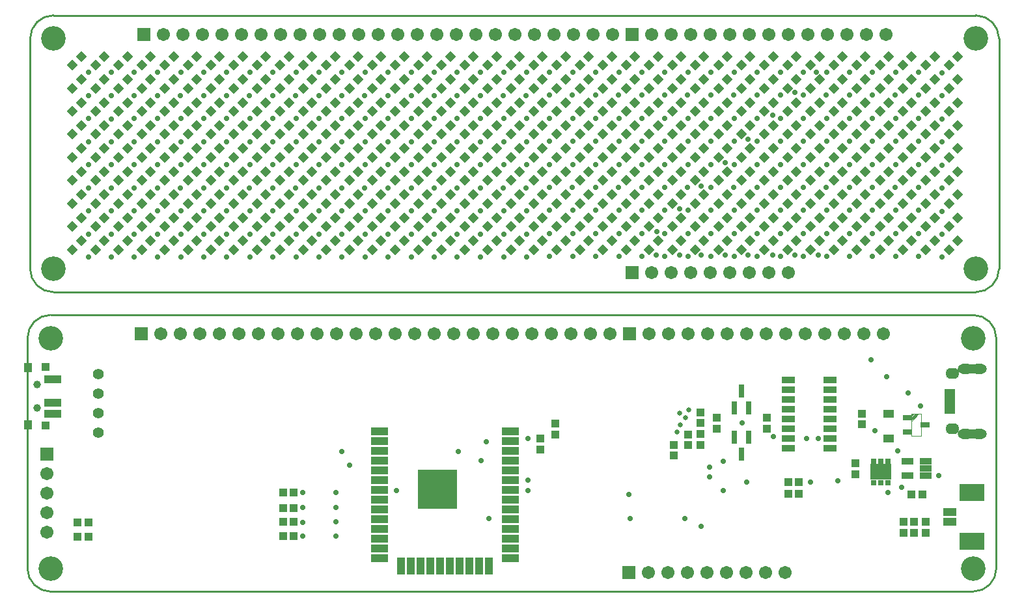
<source format=gts>
%MOIN*%
%OFA0B0*%
%FSLAX44Y44*%
%IPPOS*%
%LPD*%
%ADD15C,0.01*%
%ADD17C,0.0039370078740157488*%
%ADD36R,0.039496062992125991X0.043433070866141732*%
%ADD37R,0.086740157480314953X0.043433070866141732*%
%ADD38R,0.043433070866141732X0.086740157480314953*%
%ADD39R,0.20485039370078742X0.20485039370078742*%
%ADD40R,0.055244094488188983X0.025716535433070866*%
%ADD41R,0.12611023622047243X0.090677165354330708*%
%ADD42R,0.070992125984251975X0.039496062992125991*%
%ADD43R,0.043433070866141732X0.039496062992125991*%
%ADD44R,0.068X0.033*%
%ADD45R,0.049338582677165357X0.031622047244094488*%
%ADD46R,0.025716535433070866X0.031622047244094488*%
%ADD47R,0.11036220472440945X0.078866141732283471*%
%ADD48R,0.055992125984251968X0.043984251968503939*%
%ADD49R,0.086740157480314953X0.039500000000000007*%
%ADD50R,0.039500000000000007X0.047370078740157487*%
%ADD51R,0.039500000000000007X0.043429133858267716*%
%ADD52R,0.031622047244094488X0.070992125984251975*%
%ADD53R,0.059181102362204731X0.035559055118110236*%
%ADD54C,0.055251968503937009*%
%ADD55R,0.051307086614173228X0.051307086614173228*%
%ADD56O,0.070992125984251975X0.055244094488188983*%
%ADD57O,0.078866141732283471X0.051307086614173228*%
%ADD58C,0.039500000000000007*%
%ADD59C,0.06705511811023622*%
%ADD60R,0.06705511811023622X0.06705511811023622*%
%ADD61R,0.06705511811023622X0.06705511811023622*%
%ADD62C,0.027685039370078744*%
%ADD63C,0.025716535433070866*%
%ADD64C,0.12611023622047243*%
%ADD77C,0.01*%
%ADD79P,0.055854330708661422X4X270*%
%ADD80R,0.06705511811023622X0.06705511811023622*%
%ADD81C,0.06705511811023622*%
%ADD82C,0.027685039370078744*%
%ADD83C,0.12611023622047243*%
G01*
G75*
D15*
X00003799Y00017331D02*
G03*
X00002618Y00016150J-00001181D01*
G01*
X00052224Y00016150D02*
G03*
X00051043Y00017331I-00001181D01*
G01*
X00051043Y00003158D02*
G03*
X00052224Y00004339J00001181D01*
G01*
X00002618Y00004339D02*
G03*
X00003799Y00003158I00001181D01*
G01*
X00002618Y00004339D02*
X00002618Y00016150D01*
X00003799Y00017321D02*
X00051043Y00017321D01*
X00003799Y00003158D02*
X00051043Y00003158D01*
X00052224Y00004339D02*
X00052224Y00016150D01*
D17*
X00047864Y00012238D02*
X00047903Y00012277D01*
X00047864Y00012198D02*
X00047942Y00012277D01*
X00047864Y00012159D02*
X00047982Y00012277D01*
X00047864Y00012120D02*
X00048021Y00012277D01*
X00047864Y00012080D02*
X00048061Y00012277D01*
X00047864Y00012041D02*
X00048100Y00012277D01*
X00047864Y00012001D02*
X00048139Y00012277D01*
X00047864Y00011962D02*
X00048179Y00012277D01*
X00047864Y00011923D02*
X00048218Y00012277D01*
X00047864Y00011883D02*
X00048257Y00012277D01*
X00047864Y00011127D02*
X00048375Y00011127D01*
X00048375Y00012277D01*
X00047864Y00012277D02*
X00048375Y00012277D01*
X00047864Y00011127D02*
X00047864Y00012277D01*
D36*
X00042125Y00008179D02*
D03*
X00041574Y00008179D02*
D03*
X00005738Y00005964D02*
D03*
X00005186Y00005964D02*
D03*
X00047470Y00006742D02*
D03*
X00048021Y00006742D02*
D03*
X00048021Y00006181D02*
D03*
X00047470Y00006181D02*
D03*
X00041564Y00008769D02*
D03*
X00042116Y00008769D02*
D03*
X00048435Y00008149D02*
D03*
X00047883Y00008149D02*
D03*
X00005738Y00006712D02*
D03*
X00005186Y00006712D02*
D03*
X00016250Y00005994D02*
D03*
X00015698Y00005994D02*
D03*
X00016250Y00006722D02*
D03*
X00015698Y00006722D02*
D03*
X00016250Y00007450D02*
D03*
X00015698Y00007450D02*
D03*
X00016250Y00008218D02*
D03*
X00015698Y00008218D02*
D03*
D37*
X00027352Y00011352D02*
D03*
X00027352Y00010852D02*
D03*
X00027352Y00010352D02*
D03*
X00027352Y00009852D02*
D03*
X00027352Y00009352D02*
D03*
X00027352Y00008852D02*
D03*
X00027352Y00008352D02*
D03*
X00027352Y00007852D02*
D03*
X00027352Y00007352D02*
D03*
X00027352Y00006852D02*
D03*
X00027352Y00006352D02*
D03*
X00027352Y00005852D02*
D03*
X00027352Y00005352D02*
D03*
X00027352Y00004852D02*
D03*
X00020659Y00004852D02*
D03*
X00020659Y00005352D02*
D03*
X00020659Y00005852D02*
D03*
X00020659Y00006352D02*
D03*
X00020659Y00006852D02*
D03*
X00020659Y00007352D02*
D03*
X00020659Y00007852D02*
D03*
X00020659Y00008352D02*
D03*
X00020659Y00008852D02*
D03*
X00020659Y00009352D02*
D03*
X00020659Y00009852D02*
D03*
X00020659Y00010352D02*
D03*
X00020659Y00010852D02*
D03*
X00020659Y00011352D02*
D03*
D38*
X00026255Y00004458D02*
D03*
X00025755Y00004458D02*
D03*
X00025255Y00004458D02*
D03*
X00024755Y00004458D02*
D03*
X00024255Y00004458D02*
D03*
X00023755Y00004458D02*
D03*
X00023255Y00004458D02*
D03*
X00022755Y00004458D02*
D03*
X00022255Y00004458D02*
D03*
X00021755Y00004458D02*
D03*
D39*
X00023612Y00008399D02*
D03*
D40*
X00049852Y00012391D02*
D03*
X00049852Y00012647D02*
D03*
X00049852Y00012903D02*
D03*
X00049852Y00013159D02*
D03*
X00049852Y00013415D02*
D03*
D41*
X00050984Y00008238D02*
D03*
X00050984Y00005738D02*
D03*
D42*
X00049842Y00007234D02*
D03*
X00049842Y00006742D02*
D03*
D43*
X00037086Y00011791D02*
D03*
X00037086Y00012342D02*
D03*
X00035708Y00010118D02*
D03*
X00035708Y00010669D02*
D03*
X00045009Y00009183D02*
D03*
X00045009Y00009734D02*
D03*
X00045344Y00012273D02*
D03*
X00045344Y00011722D02*
D03*
X00037086Y00010669D02*
D03*
X00037086Y00011220D02*
D03*
X00036446Y00011210D02*
D03*
X00036446Y00010659D02*
D03*
X00037923Y00011505D02*
D03*
X00037923Y00012057D02*
D03*
X00040482Y00012066D02*
D03*
X00040482Y00011515D02*
D03*
X00048612Y00006179D02*
D03*
X00048612Y00006730D02*
D03*
X00028877Y00010984D02*
D03*
X00028877Y00010433D02*
D03*
X00029655Y00011761D02*
D03*
X00029655Y00011210D02*
D03*
D44*
X00043698Y00011013D02*
D03*
X00041576Y00012013D02*
D03*
X00043698Y00010513D02*
D03*
X00043698Y00011513D02*
D03*
X00043698Y00012013D02*
D03*
X00041576Y00011513D02*
D03*
X00041576Y00012513D02*
D03*
X00041576Y00013013D02*
D03*
X00043698Y00013013D02*
D03*
X00041576Y00014013D02*
D03*
X00043698Y00012513D02*
D03*
X00043698Y00013513D02*
D03*
X00041576Y00013513D02*
D03*
X00043698Y00014013D02*
D03*
X00041576Y00011013D02*
D03*
X00041576Y00010513D02*
D03*
D45*
X00047667Y00012076D02*
D03*
X00047667Y00011328D02*
D03*
X00048572Y00011702D02*
D03*
D46*
X00046683Y00008740D02*
D03*
X00046309Y00009842D02*
D03*
X00045935Y00008740D02*
D03*
X00046309Y00008740D02*
D03*
X00046683Y00009842D02*
D03*
X00045935Y00009842D02*
D03*
D47*
X00046309Y00009291D02*
D03*
D48*
X00046702Y00012278D02*
D03*
X00046702Y00010988D02*
D03*
D49*
X00003927Y00012254D02*
D03*
X00003927Y00014026D02*
D03*
X00003927Y00012845D02*
D03*
D50*
X00002657Y00011692D02*
D03*
X00002657Y00014645D02*
D03*
D51*
X00003543Y00011673D02*
D03*
X00003543Y00014665D02*
D03*
D52*
X00038799Y00012580D02*
D03*
X00039547Y00012580D02*
D03*
X00039173Y00013446D02*
D03*
X00039557Y00011062D02*
D03*
X00038809Y00011062D02*
D03*
X00039183Y00010196D02*
D03*
D53*
X00048622Y00009094D02*
D03*
X00048622Y00009468D02*
D03*
X00048622Y00009842D02*
D03*
X00047677Y00009842D02*
D03*
X00047677Y00009094D02*
D03*
D54*
X00006240Y00011295D02*
D03*
X00006240Y00012295D02*
D03*
X00006240Y00013295D02*
D03*
X00006240Y00014295D02*
D03*
D55*
X00050802Y00014566D02*
D03*
X00051166Y00014566D02*
D03*
X00051166Y00011240D02*
D03*
X00050802Y00011240D02*
D03*
D56*
X00049970Y00011486D02*
D03*
X00049970Y00014320D02*
D03*
D57*
X00050639Y00011240D02*
D03*
X00051328Y00011240D02*
D03*
X00051328Y00014566D02*
D03*
X00050639Y00014566D02*
D03*
D58*
X00003100Y00012578D02*
D03*
X00003100Y00013759D02*
D03*
D59*
X00003622Y00006202D02*
D03*
X00003622Y00007202D02*
D03*
X00003622Y00008202D02*
D03*
X00003622Y00009202D02*
D03*
X00034425Y00004142D02*
D03*
X00041425Y00004142D02*
D03*
X00040425Y00004142D02*
D03*
X00039425Y00004142D02*
D03*
X00038425Y00004142D02*
D03*
X00037425Y00004142D02*
D03*
X00036425Y00004142D02*
D03*
X00035425Y00004142D02*
D03*
X00042429Y00016357D02*
D03*
X00043429Y00016357D02*
D03*
X00046429Y00016357D02*
D03*
X00045429Y00016357D02*
D03*
X00044429Y00016357D02*
D03*
X00041429Y00016357D02*
D03*
X00025444Y00016357D02*
D03*
X00024444Y00016357D02*
D03*
X00023444Y00016357D02*
D03*
X00019444Y00016357D02*
D03*
X00020444Y00016357D02*
D03*
X00021444Y00016357D02*
D03*
X00022444Y00016357D02*
D03*
X00026444Y00016357D02*
D03*
X00009444Y00016357D02*
D03*
X00010444Y00016357D02*
D03*
X00011444Y00016357D02*
D03*
X00012444Y00016357D02*
D03*
X00013444Y00016357D02*
D03*
X00014444Y00016357D02*
D03*
X00015444Y00016357D02*
D03*
X00016444Y00016357D02*
D03*
X00017444Y00016357D02*
D03*
X00018444Y00016357D02*
D03*
X00027444Y00016357D02*
D03*
X00028444Y00016357D02*
D03*
X00029444Y00016357D02*
D03*
X00030444Y00016357D02*
D03*
X00031444Y00016357D02*
D03*
X00032444Y00016357D02*
D03*
X00040429Y00016357D02*
D03*
X00039429Y00016357D02*
D03*
X00038429Y00016357D02*
D03*
X00037429Y00016357D02*
D03*
X00036429Y00016357D02*
D03*
X00035429Y00016357D02*
D03*
X00034429Y00016357D02*
D03*
D60*
X00003622Y00010202D02*
D03*
D61*
X00033425Y00004142D02*
D03*
X00008444Y00016357D02*
D03*
X00033429Y00016357D02*
D03*
D62*
X00036267Y00006889D02*
D03*
X00033464Y00006889D02*
D03*
X00026255Y00006889D02*
D03*
X00042696Y00008759D02*
D03*
X00039429Y00008769D02*
D03*
X00037098Y00006496D02*
D03*
X00038248Y00008346D02*
D03*
X00044124Y00008818D02*
D03*
X00021525Y00008326D02*
D03*
X00028248Y00008346D02*
D03*
X00033405Y00008139D02*
D03*
X00038248Y00009822D02*
D03*
X00028238Y00011017D02*
D03*
X00025846Y00009852D02*
D03*
X00028257Y00008877D02*
D03*
X00026122Y00010846D02*
D03*
X00024675Y00010324D02*
D03*
X00019104Y00009645D02*
D03*
X00018700Y00010344D02*
D03*
X00018425Y00006003D02*
D03*
X00018425Y00006722D02*
D03*
X00018395Y00008218D02*
D03*
X00018405Y00007470D02*
D03*
X00016712Y00005994D02*
D03*
X00016702Y00006712D02*
D03*
X00016702Y00007460D02*
D03*
X00016702Y00008218D02*
D03*
X00042500Y00011017D02*
D03*
X00043118Y00011013D02*
D03*
X00037539Y00009547D02*
D03*
X00037539Y00009047D02*
D03*
X00039222Y00011801D02*
D03*
X00040807Y00011102D02*
D03*
X00048336Y00012667D02*
D03*
X00047696Y00013336D02*
D03*
X00046003Y00011417D02*
D03*
X00045807Y00015019D02*
D03*
X00047362Y00008494D02*
D03*
X00049281Y00009094D02*
D03*
X00047175Y00010383D02*
D03*
X00046673Y00008224D02*
D03*
X00046624Y00014183D02*
D03*
D63*
X00036316Y00012059D02*
D03*
X00036476Y00012470D02*
D03*
X00035994Y00012293D02*
D03*
X00036043Y00011692D02*
D03*
X00035875Y00011338D02*
D03*
D64*
X00003799Y00016150D02*
D03*
X00051043Y00016150D02*
D03*
X00051043Y00004339D02*
D03*
X00003799Y00004339D02*
D03*
G04 next file*
G04*
G04 #@! TF.GenerationSoftware,Altium Limited,Altium Designer,18.1.9 (240)*
G04*
G04 Layer_Color=8388736*
G04 skipping 71
G01*
G75*
D77*
X00002755Y00019685D02*
G03*
X00003937Y00018503I00001181D01*
G01*
X00051181Y00018503D02*
G03*
X00052362Y00019685J00001181D01*
G01*
X00052362Y00031496D02*
G03*
X00051181Y00032677I-00001181D01*
G01*
X00003937Y00032677D02*
G03*
X00002755Y00031496J-00001181D01*
G01*
X00052362Y00019685D02*
X00052362Y00031496D01*
X00003937Y00018503D02*
X00051181Y00018503D01*
X00003937Y00032667D02*
X00051181Y00032667D01*
X00002755Y00019685D02*
X00002755Y00031496D01*
D79*
X00050251Y00021127D02*
D03*
X00049806Y00020682D02*
D03*
X00049070Y00021127D02*
D03*
X00048624Y00020682D02*
D03*
X00047889Y00021127D02*
D03*
X00047443Y00020682D02*
D03*
X00046708Y00021127D02*
D03*
X00046262Y00020682D02*
D03*
X00045527Y00021127D02*
D03*
X00045081Y00020682D02*
D03*
X00044345Y00021127D02*
D03*
X00043900Y00020682D02*
D03*
X00043164Y00021127D02*
D03*
X00042719Y00020682D02*
D03*
X00041983Y00021127D02*
D03*
X00041538Y00020682D02*
D03*
X00040802Y00021127D02*
D03*
X00040357Y00020682D02*
D03*
X00039621Y00021127D02*
D03*
X00039176Y00020682D02*
D03*
X00038440Y00021127D02*
D03*
X00037995Y00020682D02*
D03*
X00037259Y00021127D02*
D03*
X00036813Y00020682D02*
D03*
X00036078Y00021127D02*
D03*
X00035632Y00020682D02*
D03*
X00034897Y00021127D02*
D03*
X00034451Y00020682D02*
D03*
X00033716Y00021127D02*
D03*
X00033270Y00020682D02*
D03*
X00032534Y00021127D02*
D03*
X00032089Y00020682D02*
D03*
X00031353Y00021127D02*
D03*
X00030908Y00020682D02*
D03*
X00030172Y00021127D02*
D03*
X00029727Y00020682D02*
D03*
X00028991Y00021127D02*
D03*
X00028546Y00020682D02*
D03*
X00027810Y00021127D02*
D03*
X00027365Y00020682D02*
D03*
X00026629Y00021127D02*
D03*
X00026184Y00020682D02*
D03*
X00025448Y00021127D02*
D03*
X00025002Y00020682D02*
D03*
X00024267Y00021127D02*
D03*
X00023821Y00020682D02*
D03*
X00023086Y00021127D02*
D03*
X00022640Y00020682D02*
D03*
X00021905Y00021127D02*
D03*
X00021459Y00020682D02*
D03*
X00020723Y00021127D02*
D03*
X00020278Y00020682D02*
D03*
X00019542Y00021127D02*
D03*
X00019097Y00020682D02*
D03*
X00018361Y00021127D02*
D03*
X00017916Y00020682D02*
D03*
X00017180Y00021127D02*
D03*
X00016735Y00020682D02*
D03*
X00015999Y00021127D02*
D03*
X00015554Y00020682D02*
D03*
X00014818Y00021127D02*
D03*
X00014372Y00020682D02*
D03*
X00013637Y00021127D02*
D03*
X00013191Y00020682D02*
D03*
X00012456Y00021127D02*
D03*
X00012010Y00020682D02*
D03*
X00011275Y00021127D02*
D03*
X00010829Y00020682D02*
D03*
X00010094Y00021127D02*
D03*
X00009648Y00020682D02*
D03*
X00008912Y00021127D02*
D03*
X00008467Y00020682D02*
D03*
X00007731Y00021127D02*
D03*
X00007286Y00020682D02*
D03*
X00006550Y00021127D02*
D03*
X00006105Y00020682D02*
D03*
X00005369Y00021127D02*
D03*
X00004924Y00020682D02*
D03*
X00050251Y00022308D02*
D03*
X00049806Y00021863D02*
D03*
X00049070Y00022308D02*
D03*
X00048624Y00021863D02*
D03*
X00047889Y00022308D02*
D03*
X00047443Y00021863D02*
D03*
X00046708Y00022308D02*
D03*
X00046262Y00021863D02*
D03*
X00045527Y00022308D02*
D03*
X00045081Y00021863D02*
D03*
X00044345Y00022308D02*
D03*
X00043900Y00021863D02*
D03*
X00043164Y00022308D02*
D03*
X00042719Y00021863D02*
D03*
X00041983Y00022308D02*
D03*
X00041538Y00021863D02*
D03*
X00040802Y00022308D02*
D03*
X00040357Y00021863D02*
D03*
X00039621Y00022308D02*
D03*
X00039176Y00021863D02*
D03*
X00038440Y00022308D02*
D03*
X00037995Y00021863D02*
D03*
X00037259Y00022308D02*
D03*
X00036813Y00021863D02*
D03*
X00036078Y00022308D02*
D03*
X00035632Y00021863D02*
D03*
X00034897Y00022308D02*
D03*
X00034451Y00021863D02*
D03*
X00033716Y00022308D02*
D03*
X00033270Y00021863D02*
D03*
X00032534Y00022308D02*
D03*
X00032089Y00021863D02*
D03*
X00031353Y00022308D02*
D03*
X00030908Y00021863D02*
D03*
X00030172Y00022308D02*
D03*
X00029727Y00021863D02*
D03*
X00028991Y00022308D02*
D03*
X00028546Y00021863D02*
D03*
X00027810Y00022308D02*
D03*
X00027365Y00021863D02*
D03*
X00026629Y00022308D02*
D03*
X00026184Y00021863D02*
D03*
X00025448Y00022308D02*
D03*
X00025002Y00021863D02*
D03*
X00024267Y00022308D02*
D03*
X00023821Y00021863D02*
D03*
X00023086Y00022308D02*
D03*
X00022640Y00021863D02*
D03*
X00021905Y00022308D02*
D03*
X00021459Y00021863D02*
D03*
X00020723Y00022308D02*
D03*
X00020278Y00021863D02*
D03*
X00019542Y00022308D02*
D03*
X00019097Y00021863D02*
D03*
X00018361Y00022308D02*
D03*
X00017916Y00021863D02*
D03*
X00017180Y00022308D02*
D03*
X00016735Y00021863D02*
D03*
X00015999Y00022308D02*
D03*
X00015554Y00021863D02*
D03*
X00014818Y00022308D02*
D03*
X00014372Y00021863D02*
D03*
X00013637Y00022308D02*
D03*
X00013191Y00021863D02*
D03*
X00012456Y00022308D02*
D03*
X00012010Y00021863D02*
D03*
X00011275Y00022308D02*
D03*
X00010829Y00021863D02*
D03*
X00010094Y00022308D02*
D03*
X00009648Y00021863D02*
D03*
X00008912Y00022308D02*
D03*
X00008467Y00021863D02*
D03*
X00007731Y00022308D02*
D03*
X00007286Y00021863D02*
D03*
X00006550Y00022308D02*
D03*
X00006105Y00021863D02*
D03*
X00005369Y00022308D02*
D03*
X00004924Y00021863D02*
D03*
X00050251Y00023489D02*
D03*
X00049806Y00023044D02*
D03*
X00049070Y00023489D02*
D03*
X00048624Y00023044D02*
D03*
X00047889Y00023489D02*
D03*
X00047443Y00023044D02*
D03*
X00046708Y00023489D02*
D03*
X00046262Y00023044D02*
D03*
X00045527Y00023489D02*
D03*
X00045081Y00023044D02*
D03*
X00044345Y00023489D02*
D03*
X00043900Y00023044D02*
D03*
X00043164Y00023489D02*
D03*
X00042719Y00023044D02*
D03*
X00041983Y00023489D02*
D03*
X00041538Y00023044D02*
D03*
X00040802Y00023489D02*
D03*
X00040357Y00023044D02*
D03*
X00039621Y00023489D02*
D03*
X00039176Y00023044D02*
D03*
X00038440Y00023489D02*
D03*
X00037995Y00023044D02*
D03*
X00037259Y00023489D02*
D03*
X00036813Y00023044D02*
D03*
X00036078Y00023489D02*
D03*
X00035632Y00023044D02*
D03*
X00034897Y00023489D02*
D03*
X00034451Y00023044D02*
D03*
X00033716Y00023489D02*
D03*
X00033270Y00023044D02*
D03*
X00032534Y00023489D02*
D03*
X00032089Y00023044D02*
D03*
X00031353Y00023489D02*
D03*
X00030908Y00023044D02*
D03*
X00030172Y00023489D02*
D03*
X00029727Y00023044D02*
D03*
X00028991Y00023489D02*
D03*
X00028546Y00023044D02*
D03*
X00027810Y00023489D02*
D03*
X00027365Y00023044D02*
D03*
X00026629Y00023489D02*
D03*
X00026184Y00023044D02*
D03*
X00025448Y00023489D02*
D03*
X00025002Y00023044D02*
D03*
X00024267Y00023489D02*
D03*
X00023821Y00023044D02*
D03*
X00023086Y00023489D02*
D03*
X00022640Y00023044D02*
D03*
X00021905Y00023489D02*
D03*
X00021459Y00023044D02*
D03*
X00020723Y00023489D02*
D03*
X00020278Y00023044D02*
D03*
X00019542Y00023489D02*
D03*
X00019097Y00023044D02*
D03*
X00018361Y00023489D02*
D03*
X00017916Y00023044D02*
D03*
X00017180Y00023489D02*
D03*
X00016735Y00023044D02*
D03*
X00015999Y00023489D02*
D03*
X00015554Y00023044D02*
D03*
X00014818Y00023489D02*
D03*
X00014372Y00023044D02*
D03*
X00013637Y00023489D02*
D03*
X00013191Y00023044D02*
D03*
X00012456Y00023489D02*
D03*
X00012010Y00023044D02*
D03*
X00011275Y00023489D02*
D03*
X00010829Y00023044D02*
D03*
X00010094Y00023489D02*
D03*
X00009648Y00023044D02*
D03*
X00008912Y00023489D02*
D03*
X00008467Y00023044D02*
D03*
X00007731Y00023489D02*
D03*
X00007286Y00023044D02*
D03*
X00006550Y00023489D02*
D03*
X00006105Y00023044D02*
D03*
X00005369Y00023489D02*
D03*
X00004924Y00023044D02*
D03*
X00050251Y00024670D02*
D03*
X00049806Y00024225D02*
D03*
X00049070Y00024670D02*
D03*
X00048624Y00024225D02*
D03*
X00047889Y00024670D02*
D03*
X00047443Y00024225D02*
D03*
X00046708Y00024670D02*
D03*
X00046262Y00024225D02*
D03*
X00045527Y00024670D02*
D03*
X00045081Y00024225D02*
D03*
X00044345Y00024670D02*
D03*
X00043900Y00024225D02*
D03*
X00043164Y00024670D02*
D03*
X00042719Y00024225D02*
D03*
X00041983Y00024670D02*
D03*
X00041538Y00024225D02*
D03*
X00040802Y00024670D02*
D03*
X00040357Y00024225D02*
D03*
X00039621Y00024670D02*
D03*
X00039176Y00024225D02*
D03*
X00038440Y00024670D02*
D03*
X00037995Y00024225D02*
D03*
X00037259Y00024670D02*
D03*
X00036813Y00024225D02*
D03*
X00036078Y00024670D02*
D03*
X00035632Y00024225D02*
D03*
X00034897Y00024670D02*
D03*
X00034451Y00024225D02*
D03*
X00033716Y00024670D02*
D03*
X00033270Y00024225D02*
D03*
X00032534Y00024670D02*
D03*
X00032089Y00024225D02*
D03*
X00031353Y00024670D02*
D03*
X00030908Y00024225D02*
D03*
X00030172Y00024670D02*
D03*
X00029727Y00024225D02*
D03*
X00028991Y00024670D02*
D03*
X00028546Y00024225D02*
D03*
X00027810Y00024670D02*
D03*
X00027365Y00024225D02*
D03*
X00026629Y00024670D02*
D03*
X00026184Y00024225D02*
D03*
X00025448Y00024670D02*
D03*
X00025002Y00024225D02*
D03*
X00024267Y00024670D02*
D03*
X00023821Y00024225D02*
D03*
X00023086Y00024670D02*
D03*
X00022640Y00024225D02*
D03*
X00021905Y00024670D02*
D03*
X00021459Y00024225D02*
D03*
X00020723Y00024670D02*
D03*
X00020278Y00024225D02*
D03*
X00019542Y00024670D02*
D03*
X00019097Y00024225D02*
D03*
X00018361Y00024670D02*
D03*
X00017916Y00024225D02*
D03*
X00017180Y00024670D02*
D03*
X00016735Y00024225D02*
D03*
X00015999Y00024670D02*
D03*
X00015554Y00024225D02*
D03*
X00014818Y00024670D02*
D03*
X00014372Y00024225D02*
D03*
X00013637Y00024670D02*
D03*
X00013191Y00024225D02*
D03*
X00012456Y00024670D02*
D03*
X00012010Y00024225D02*
D03*
X00011275Y00024670D02*
D03*
X00010829Y00024225D02*
D03*
X00010094Y00024670D02*
D03*
X00009648Y00024225D02*
D03*
X00008912Y00024670D02*
D03*
X00008467Y00024225D02*
D03*
X00007731Y00024670D02*
D03*
X00007286Y00024225D02*
D03*
X00006550Y00024670D02*
D03*
X00006105Y00024225D02*
D03*
X00005369Y00024670D02*
D03*
X00004924Y00024225D02*
D03*
X00050251Y00025851D02*
D03*
X00049806Y00025406D02*
D03*
X00049070Y00025851D02*
D03*
X00048624Y00025406D02*
D03*
X00047889Y00025851D02*
D03*
X00047443Y00025406D02*
D03*
X00046708Y00025851D02*
D03*
X00046262Y00025406D02*
D03*
X00045527Y00025851D02*
D03*
X00045081Y00025406D02*
D03*
X00044345Y00025851D02*
D03*
X00043900Y00025406D02*
D03*
X00043164Y00025851D02*
D03*
X00042719Y00025406D02*
D03*
X00041983Y00025851D02*
D03*
X00041538Y00025406D02*
D03*
X00040802Y00025851D02*
D03*
X00040357Y00025406D02*
D03*
X00039621Y00025851D02*
D03*
X00039176Y00025406D02*
D03*
X00038440Y00025851D02*
D03*
X00037995Y00025406D02*
D03*
X00037259Y00025851D02*
D03*
X00036813Y00025406D02*
D03*
X00036078Y00025851D02*
D03*
X00035632Y00025406D02*
D03*
X00034897Y00025851D02*
D03*
X00034451Y00025406D02*
D03*
X00033716Y00025851D02*
D03*
X00033270Y00025406D02*
D03*
X00032534Y00025851D02*
D03*
X00032089Y00025406D02*
D03*
X00031353Y00025851D02*
D03*
X00030908Y00025406D02*
D03*
X00030172Y00025851D02*
D03*
X00029727Y00025406D02*
D03*
X00028991Y00025851D02*
D03*
X00028546Y00025406D02*
D03*
X00027810Y00025851D02*
D03*
X00027365Y00025406D02*
D03*
X00026629Y00025851D02*
D03*
X00026184Y00025406D02*
D03*
X00025448Y00025851D02*
D03*
X00025002Y00025406D02*
D03*
X00024267Y00025851D02*
D03*
X00023821Y00025406D02*
D03*
X00023086Y00025851D02*
D03*
X00022640Y00025406D02*
D03*
X00021905Y00025851D02*
D03*
X00021459Y00025406D02*
D03*
X00020723Y00025851D02*
D03*
X00020278Y00025406D02*
D03*
X00019542Y00025851D02*
D03*
X00019097Y00025406D02*
D03*
X00018361Y00025851D02*
D03*
X00017916Y00025406D02*
D03*
X00017180Y00025851D02*
D03*
X00016735Y00025406D02*
D03*
X00015999Y00025851D02*
D03*
X00015554Y00025406D02*
D03*
X00014818Y00025851D02*
D03*
X00014372Y00025406D02*
D03*
X00013637Y00025851D02*
D03*
X00013191Y00025406D02*
D03*
X00012456Y00025851D02*
D03*
X00012010Y00025406D02*
D03*
X00011275Y00025851D02*
D03*
X00010829Y00025406D02*
D03*
X00010094Y00025851D02*
D03*
X00009648Y00025406D02*
D03*
X00008912Y00025851D02*
D03*
X00008467Y00025406D02*
D03*
X00007731Y00025851D02*
D03*
X00007286Y00025406D02*
D03*
X00006550Y00025851D02*
D03*
X00006105Y00025406D02*
D03*
X00005369Y00025851D02*
D03*
X00004924Y00025406D02*
D03*
X00050251Y00027032D02*
D03*
X00049806Y00026587D02*
D03*
X00049070Y00027032D02*
D03*
X00048624Y00026587D02*
D03*
X00047889Y00027032D02*
D03*
X00047443Y00026587D02*
D03*
X00046708Y00027032D02*
D03*
X00046262Y00026587D02*
D03*
X00045527Y00027032D02*
D03*
X00045081Y00026587D02*
D03*
X00044345Y00027032D02*
D03*
X00043900Y00026587D02*
D03*
X00043164Y00027032D02*
D03*
X00042719Y00026587D02*
D03*
X00041983Y00027032D02*
D03*
X00041538Y00026587D02*
D03*
X00040802Y00027032D02*
D03*
X00040357Y00026587D02*
D03*
X00039621Y00027032D02*
D03*
X00039176Y00026587D02*
D03*
X00038440Y00027032D02*
D03*
X00037995Y00026587D02*
D03*
X00037259Y00027032D02*
D03*
X00036813Y00026587D02*
D03*
X00036078Y00027032D02*
D03*
X00035632Y00026587D02*
D03*
X00034897Y00027032D02*
D03*
X00034451Y00026587D02*
D03*
X00033716Y00027032D02*
D03*
X00033270Y00026587D02*
D03*
X00032534Y00027032D02*
D03*
X00032089Y00026587D02*
D03*
X00031353Y00027032D02*
D03*
X00030908Y00026587D02*
D03*
X00030172Y00027032D02*
D03*
X00029727Y00026587D02*
D03*
X00028991Y00027032D02*
D03*
X00028546Y00026587D02*
D03*
X00027810Y00027032D02*
D03*
X00027365Y00026587D02*
D03*
X00026629Y00027032D02*
D03*
X00026184Y00026587D02*
D03*
X00025448Y00027032D02*
D03*
X00025002Y00026587D02*
D03*
X00024267Y00027032D02*
D03*
X00023821Y00026587D02*
D03*
X00023086Y00027032D02*
D03*
X00022640Y00026587D02*
D03*
X00021905Y00027032D02*
D03*
X00021459Y00026587D02*
D03*
X00020723Y00027032D02*
D03*
X00020278Y00026587D02*
D03*
X00019542Y00027032D02*
D03*
X00019097Y00026587D02*
D03*
X00018361Y00027032D02*
D03*
X00017916Y00026587D02*
D03*
X00017180Y00027032D02*
D03*
X00016735Y00026587D02*
D03*
X00015999Y00027032D02*
D03*
X00015554Y00026587D02*
D03*
X00014818Y00027032D02*
D03*
X00014372Y00026587D02*
D03*
X00013637Y00027032D02*
D03*
X00013191Y00026587D02*
D03*
X00012456Y00027032D02*
D03*
X00012010Y00026587D02*
D03*
X00011275Y00027032D02*
D03*
X00010829Y00026587D02*
D03*
X00010094Y00027032D02*
D03*
X00009648Y00026587D02*
D03*
X00008912Y00027032D02*
D03*
X00008467Y00026587D02*
D03*
X00007731Y00027032D02*
D03*
X00007286Y00026587D02*
D03*
X00006550Y00027032D02*
D03*
X00006105Y00026587D02*
D03*
X00005369Y00027032D02*
D03*
X00004924Y00026587D02*
D03*
X00050251Y00028214D02*
D03*
X00049806Y00027768D02*
D03*
X00049070Y00028214D02*
D03*
X00048624Y00027768D02*
D03*
X00047889Y00028214D02*
D03*
X00047443Y00027768D02*
D03*
X00046708Y00028214D02*
D03*
X00046262Y00027768D02*
D03*
X00045527Y00028214D02*
D03*
X00045081Y00027768D02*
D03*
X00044345Y00028214D02*
D03*
X00043900Y00027768D02*
D03*
X00043164Y00028214D02*
D03*
X00042719Y00027768D02*
D03*
X00041983Y00028214D02*
D03*
X00041538Y00027768D02*
D03*
X00040802Y00028214D02*
D03*
X00040357Y00027768D02*
D03*
X00039621Y00028214D02*
D03*
X00039176Y00027768D02*
D03*
X00038440Y00028214D02*
D03*
X00037995Y00027768D02*
D03*
X00037259Y00028214D02*
D03*
X00036813Y00027768D02*
D03*
X00036078Y00028214D02*
D03*
X00035632Y00027768D02*
D03*
X00034897Y00028214D02*
D03*
X00034451Y00027768D02*
D03*
X00033716Y00028214D02*
D03*
X00033270Y00027768D02*
D03*
X00032534Y00028214D02*
D03*
X00032089Y00027768D02*
D03*
X00031353Y00028214D02*
D03*
X00030908Y00027768D02*
D03*
X00030172Y00028214D02*
D03*
X00029727Y00027768D02*
D03*
X00028991Y00028214D02*
D03*
X00028546Y00027768D02*
D03*
X00027810Y00028214D02*
D03*
X00027365Y00027768D02*
D03*
X00026629Y00028214D02*
D03*
X00026184Y00027768D02*
D03*
X00025448Y00028214D02*
D03*
X00025002Y00027768D02*
D03*
X00024267Y00028214D02*
D03*
X00023821Y00027768D02*
D03*
X00023086Y00028214D02*
D03*
X00022640Y00027768D02*
D03*
X00021905Y00028214D02*
D03*
X00021459Y00027768D02*
D03*
X00020723Y00028214D02*
D03*
X00020278Y00027768D02*
D03*
X00019542Y00028214D02*
D03*
X00019097Y00027768D02*
D03*
X00018361Y00028214D02*
D03*
X00017916Y00027768D02*
D03*
X00017180Y00028214D02*
D03*
X00016735Y00027768D02*
D03*
X00015999Y00028214D02*
D03*
X00015554Y00027768D02*
D03*
X00014818Y00028214D02*
D03*
X00014372Y00027768D02*
D03*
X00013637Y00028214D02*
D03*
X00013191Y00027768D02*
D03*
X00012456Y00028214D02*
D03*
X00012010Y00027768D02*
D03*
X00011275Y00028214D02*
D03*
X00010829Y00027768D02*
D03*
X00010094Y00028214D02*
D03*
X00009648Y00027768D02*
D03*
X00008912Y00028214D02*
D03*
X00008467Y00027768D02*
D03*
X00007731Y00028214D02*
D03*
X00007286Y00027768D02*
D03*
X00006550Y00028214D02*
D03*
X00006105Y00027768D02*
D03*
X00005369Y00028214D02*
D03*
X00004924Y00027768D02*
D03*
X00050251Y00029395D02*
D03*
X00049806Y00028949D02*
D03*
X00049070Y00029395D02*
D03*
X00048624Y00028949D02*
D03*
X00047889Y00029395D02*
D03*
X00047443Y00028949D02*
D03*
X00046708Y00029395D02*
D03*
X00046262Y00028949D02*
D03*
X00045527Y00029395D02*
D03*
X00045081Y00028949D02*
D03*
X00044345Y00029395D02*
D03*
X00043900Y00028949D02*
D03*
X00043164Y00029395D02*
D03*
X00042719Y00028949D02*
D03*
X00041983Y00029395D02*
D03*
X00041538Y00028949D02*
D03*
X00040802Y00029395D02*
D03*
X00040357Y00028949D02*
D03*
X00039621Y00029395D02*
D03*
X00039176Y00028949D02*
D03*
X00038440Y00029395D02*
D03*
X00037995Y00028949D02*
D03*
X00037259Y00029395D02*
D03*
X00036813Y00028949D02*
D03*
X00036078Y00029395D02*
D03*
X00035632Y00028949D02*
D03*
X00034897Y00029395D02*
D03*
X00034451Y00028949D02*
D03*
X00033716Y00029395D02*
D03*
X00033270Y00028949D02*
D03*
X00032534Y00029395D02*
D03*
X00032089Y00028949D02*
D03*
X00031353Y00029395D02*
D03*
X00030908Y00028949D02*
D03*
X00030172Y00029395D02*
D03*
X00029727Y00028949D02*
D03*
X00028991Y00029395D02*
D03*
X00028546Y00028949D02*
D03*
X00027810Y00029395D02*
D03*
X00027365Y00028949D02*
D03*
X00026629Y00029395D02*
D03*
X00026184Y00028949D02*
D03*
X00025448Y00029395D02*
D03*
X00025002Y00028949D02*
D03*
X00024267Y00029395D02*
D03*
X00023821Y00028949D02*
D03*
X00023086Y00029395D02*
D03*
X00022640Y00028949D02*
D03*
X00021905Y00029395D02*
D03*
X00021459Y00028949D02*
D03*
X00020723Y00029395D02*
D03*
X00020278Y00028949D02*
D03*
X00019542Y00029395D02*
D03*
X00019097Y00028949D02*
D03*
X00018361Y00029395D02*
D03*
X00017916Y00028949D02*
D03*
X00017180Y00029395D02*
D03*
X00016735Y00028949D02*
D03*
X00015999Y00029395D02*
D03*
X00015554Y00028949D02*
D03*
X00014818Y00029395D02*
D03*
X00014372Y00028949D02*
D03*
X00013637Y00029395D02*
D03*
X00013191Y00028949D02*
D03*
X00012456Y00029395D02*
D03*
X00012010Y00028949D02*
D03*
X00011275Y00029395D02*
D03*
X00010829Y00028949D02*
D03*
X00010094Y00029395D02*
D03*
X00009648Y00028949D02*
D03*
X00008912Y00029395D02*
D03*
X00008467Y00028949D02*
D03*
X00007731Y00029395D02*
D03*
X00007286Y00028949D02*
D03*
X00006550Y00029395D02*
D03*
X00006105Y00028949D02*
D03*
X00005369Y00029395D02*
D03*
X00004924Y00028949D02*
D03*
X00050251Y00030576D02*
D03*
X00049806Y00030130D02*
D03*
X00049070Y00030576D02*
D03*
X00048624Y00030130D02*
D03*
X00047889Y00030576D02*
D03*
X00047443Y00030130D02*
D03*
X00046708Y00030576D02*
D03*
X00046262Y00030130D02*
D03*
X00045527Y00030576D02*
D03*
X00045081Y00030130D02*
D03*
X00044345Y00030576D02*
D03*
X00043900Y00030130D02*
D03*
X00043164Y00030576D02*
D03*
X00042719Y00030130D02*
D03*
X00041983Y00030576D02*
D03*
X00041538Y00030130D02*
D03*
X00040802Y00030576D02*
D03*
X00040357Y00030130D02*
D03*
X00039621Y00030576D02*
D03*
X00039176Y00030130D02*
D03*
X00038440Y00030576D02*
D03*
X00037995Y00030130D02*
D03*
X00037259Y00030576D02*
D03*
X00036813Y00030130D02*
D03*
X00036078Y00030576D02*
D03*
X00035632Y00030130D02*
D03*
X00034897Y00030576D02*
D03*
X00034451Y00030130D02*
D03*
X00033716Y00030576D02*
D03*
X00033270Y00030130D02*
D03*
X00032534Y00030576D02*
D03*
X00032089Y00030130D02*
D03*
X00031353Y00030576D02*
D03*
X00030908Y00030130D02*
D03*
X00030172Y00030576D02*
D03*
X00029727Y00030130D02*
D03*
X00028991Y00030576D02*
D03*
X00028546Y00030130D02*
D03*
X00027810Y00030576D02*
D03*
X00027365Y00030130D02*
D03*
X00026629Y00030576D02*
D03*
X00026184Y00030130D02*
D03*
X00025448Y00030576D02*
D03*
X00025002Y00030130D02*
D03*
X00024267Y00030576D02*
D03*
X00023821Y00030130D02*
D03*
X00023086Y00030576D02*
D03*
X00022640Y00030130D02*
D03*
X00021905Y00030576D02*
D03*
X00021459Y00030130D02*
D03*
X00020723Y00030576D02*
D03*
X00020278Y00030130D02*
D03*
X00019542Y00030576D02*
D03*
X00019097Y00030130D02*
D03*
X00018361Y00030576D02*
D03*
X00017916Y00030130D02*
D03*
X00017180Y00030576D02*
D03*
X00016735Y00030130D02*
D03*
X00015999Y00030576D02*
D03*
X00015554Y00030130D02*
D03*
X00014818Y00030576D02*
D03*
X00014372Y00030130D02*
D03*
X00013637Y00030576D02*
D03*
X00013191Y00030130D02*
D03*
X00012456Y00030576D02*
D03*
X00012010Y00030130D02*
D03*
X00011275Y00030576D02*
D03*
X00010829Y00030130D02*
D03*
X00010094Y00030576D02*
D03*
X00009648Y00030130D02*
D03*
X00008912Y00030576D02*
D03*
X00008467Y00030130D02*
D03*
X00007731Y00030576D02*
D03*
X00007286Y00030130D02*
D03*
X00006550Y00030576D02*
D03*
X00006105Y00030130D02*
D03*
X00005369Y00030576D02*
D03*
X00004924Y00030130D02*
D03*
D80*
X00033562Y00019488D02*
D03*
X00033566Y00031702D02*
D03*
X00008582Y00031702D02*
D03*
D81*
X00035562Y00019488D02*
D03*
X00036562Y00019488D02*
D03*
X00037562Y00019488D02*
D03*
X00038562Y00019488D02*
D03*
X00039562Y00019488D02*
D03*
X00040562Y00019488D02*
D03*
X00041562Y00019488D02*
D03*
X00034562Y00019488D02*
D03*
X00046566Y00031702D02*
D03*
X00045566Y00031702D02*
D03*
X00044566Y00031702D02*
D03*
X00043566Y00031702D02*
D03*
X00042566Y00031702D02*
D03*
X00041566Y00031702D02*
D03*
X00040566Y00031702D02*
D03*
X00039566Y00031702D02*
D03*
X00038566Y00031702D02*
D03*
X00037566Y00031702D02*
D03*
X00036566Y00031702D02*
D03*
X00035566Y00031702D02*
D03*
X00034566Y00031702D02*
D03*
X00009582Y00031702D02*
D03*
X00010582Y00031702D02*
D03*
X00011582Y00031702D02*
D03*
X00012582Y00031702D02*
D03*
X00013582Y00031702D02*
D03*
X00014582Y00031702D02*
D03*
X00015582Y00031702D02*
D03*
X00016582Y00031702D02*
D03*
X00017582Y00031702D02*
D03*
X00018582Y00031702D02*
D03*
X00019582Y00031702D02*
D03*
X00020582Y00031702D02*
D03*
X00021582Y00031702D02*
D03*
X00022582Y00031702D02*
D03*
X00023582Y00031702D02*
D03*
X00024582Y00031702D02*
D03*
X00025582Y00031702D02*
D03*
X00026582Y00031702D02*
D03*
X00027582Y00031702D02*
D03*
X00028582Y00031702D02*
D03*
X00029582Y00031702D02*
D03*
X00030582Y00031702D02*
D03*
X00031582Y00031702D02*
D03*
X00032582Y00031702D02*
D03*
D82*
X00043001Y00029773D02*
D03*
X00043120Y00020413D02*
D03*
X00041919Y00028740D02*
D03*
X00041919Y00020408D02*
D03*
X00040767Y00027564D02*
D03*
X00040767Y00020408D02*
D03*
X00039517Y00026338D02*
D03*
X00039517Y00020393D02*
D03*
X00038336Y00025118D02*
D03*
X00038336Y00020393D02*
D03*
X00037116Y00023937D02*
D03*
X00037116Y00020393D02*
D03*
X00036023Y00022765D02*
D03*
X00036023Y00020408D02*
D03*
X00034832Y00021614D02*
D03*
X00034812Y00020393D02*
D03*
X00008090Y00029763D02*
D03*
X00012814Y00029763D02*
D03*
X00005738Y00022667D02*
D03*
X00005738Y00021476D02*
D03*
X00005738Y00020305D02*
D03*
X00005728Y00023848D02*
D03*
X00005738Y00025029D02*
D03*
X00005738Y00026210D02*
D03*
X00005738Y00027391D02*
D03*
X00005728Y00028582D02*
D03*
X00005738Y00029763D02*
D03*
X00048257Y00029783D02*
D03*
X00048248Y00028602D02*
D03*
X00048257Y00027411D02*
D03*
X00048257Y00026230D02*
D03*
X00048257Y00025049D02*
D03*
X00048248Y00023868D02*
D03*
X00048257Y00022687D02*
D03*
X00048257Y00021496D02*
D03*
X00048257Y00020324D02*
D03*
X00047066Y00029783D02*
D03*
X00047057Y00028602D02*
D03*
X00047066Y00027411D02*
D03*
X00047066Y00026230D02*
D03*
X00047066Y00025049D02*
D03*
X00047057Y00023868D02*
D03*
X00047066Y00022687D02*
D03*
X00047066Y00021496D02*
D03*
X00047066Y00020324D02*
D03*
X00045885Y00029783D02*
D03*
X00045875Y00028602D02*
D03*
X00045885Y00027411D02*
D03*
X00045885Y00026230D02*
D03*
X00045885Y00025049D02*
D03*
X00045875Y00023868D02*
D03*
X00045885Y00022687D02*
D03*
X00045885Y00021496D02*
D03*
X00045885Y00020324D02*
D03*
X00044704Y00029783D02*
D03*
X00044694Y00028602D02*
D03*
X00044704Y00027411D02*
D03*
X00044704Y00026230D02*
D03*
X00044704Y00025049D02*
D03*
X00044694Y00023868D02*
D03*
X00044704Y00022687D02*
D03*
X00044704Y00021496D02*
D03*
X00044704Y00020324D02*
D03*
X00043533Y00029783D02*
D03*
X00043523Y00028602D02*
D03*
X00043533Y00027411D02*
D03*
X00043533Y00026230D02*
D03*
X00043533Y00025049D02*
D03*
X00043523Y00023868D02*
D03*
X00043533Y00022687D02*
D03*
X00043533Y00021496D02*
D03*
X00043533Y00020324D02*
D03*
X00042342Y00029783D02*
D03*
X00042332Y00028602D02*
D03*
X00042342Y00027411D02*
D03*
X00042342Y00026230D02*
D03*
X00042342Y00025049D02*
D03*
X00042332Y00023868D02*
D03*
X00042342Y00022687D02*
D03*
X00042342Y00021496D02*
D03*
X00042342Y00020324D02*
D03*
X00041171Y00029783D02*
D03*
X00041161Y00028602D02*
D03*
X00041171Y00027411D02*
D03*
X00041171Y00026230D02*
D03*
X00041171Y00025049D02*
D03*
X00041161Y00023868D02*
D03*
X00041171Y00022687D02*
D03*
X00041171Y00021496D02*
D03*
X00041171Y00020324D02*
D03*
X00039980Y00029783D02*
D03*
X00039970Y00028602D02*
D03*
X00039980Y00027411D02*
D03*
X00039980Y00026230D02*
D03*
X00039980Y00025049D02*
D03*
X00039970Y00023868D02*
D03*
X00039980Y00022687D02*
D03*
X00039980Y00021496D02*
D03*
X00039980Y00020324D02*
D03*
X00038799Y00029783D02*
D03*
X00038789Y00028602D02*
D03*
X00038799Y00027411D02*
D03*
X00038799Y00026230D02*
D03*
X00038799Y00025049D02*
D03*
X00038789Y00023868D02*
D03*
X00038799Y00022687D02*
D03*
X00038799Y00021496D02*
D03*
X00038799Y00020324D02*
D03*
X00037618Y00029783D02*
D03*
X00037608Y00028602D02*
D03*
X00037618Y00027411D02*
D03*
X00037618Y00026230D02*
D03*
X00037618Y00025049D02*
D03*
X00037608Y00023868D02*
D03*
X00037618Y00022687D02*
D03*
X00037618Y00021496D02*
D03*
X00037618Y00020324D02*
D03*
X00036437Y00029783D02*
D03*
X00036427Y00028602D02*
D03*
X00036437Y00027411D02*
D03*
X00036437Y00026230D02*
D03*
X00036437Y00025049D02*
D03*
X00036427Y00023868D02*
D03*
X00036437Y00022687D02*
D03*
X00036437Y00021496D02*
D03*
X00036437Y00020324D02*
D03*
X00035255Y00029783D02*
D03*
X00035246Y00028602D02*
D03*
X00035255Y00027411D02*
D03*
X00035255Y00026230D02*
D03*
X00035255Y00025049D02*
D03*
X00035246Y00023868D02*
D03*
X00035255Y00022687D02*
D03*
X00035255Y00021496D02*
D03*
X00035255Y00020324D02*
D03*
X00034074Y00029783D02*
D03*
X00034064Y00028602D02*
D03*
X00034074Y00027411D02*
D03*
X00034074Y00026230D02*
D03*
X00034074Y00025049D02*
D03*
X00034064Y00023868D02*
D03*
X00034074Y00022687D02*
D03*
X00034074Y00021496D02*
D03*
X00034074Y00020324D02*
D03*
X00032903Y00029783D02*
D03*
X00032893Y00028602D02*
D03*
X00032903Y00027411D02*
D03*
X00032903Y00026230D02*
D03*
X00032903Y00025049D02*
D03*
X00032893Y00023868D02*
D03*
X00032903Y00022687D02*
D03*
X00032903Y00021496D02*
D03*
X00032903Y00020324D02*
D03*
X00031712Y00029783D02*
D03*
X00031702Y00028602D02*
D03*
X00031712Y00027411D02*
D03*
X00031712Y00026230D02*
D03*
X00031712Y00025049D02*
D03*
X00031702Y00023868D02*
D03*
X00031712Y00022687D02*
D03*
X00031712Y00021496D02*
D03*
X00031712Y00020324D02*
D03*
X00030531Y00029783D02*
D03*
X00030521Y00028602D02*
D03*
X00030531Y00027411D02*
D03*
X00030531Y00026230D02*
D03*
X00030531Y00025049D02*
D03*
X00030521Y00023868D02*
D03*
X00030531Y00022687D02*
D03*
X00030531Y00021496D02*
D03*
X00030531Y00020324D02*
D03*
X00029340Y00029783D02*
D03*
X00029330Y00028602D02*
D03*
X00029340Y00027411D02*
D03*
X00029340Y00026230D02*
D03*
X00029340Y00025049D02*
D03*
X00029330Y00023868D02*
D03*
X00029340Y00022687D02*
D03*
X00029340Y00021496D02*
D03*
X00029340Y00020324D02*
D03*
X00028169Y00029763D02*
D03*
X00028159Y00028582D02*
D03*
X00028169Y00027391D02*
D03*
X00028169Y00026210D02*
D03*
X00028169Y00025029D02*
D03*
X00028159Y00023848D02*
D03*
X00028169Y00022667D02*
D03*
X00028169Y00021476D02*
D03*
X00028169Y00020305D02*
D03*
X00049438Y00029744D02*
D03*
X00049429Y00028562D02*
D03*
X00049438Y00027372D02*
D03*
X00049438Y00026190D02*
D03*
X00049438Y00025009D02*
D03*
X00049429Y00023828D02*
D03*
X00049438Y00022647D02*
D03*
X00049438Y00021456D02*
D03*
X00049438Y00020285D02*
D03*
X00026998Y00029763D02*
D03*
X00026988Y00028582D02*
D03*
X00026998Y00027391D02*
D03*
X00026998Y00026210D02*
D03*
X00026998Y00025029D02*
D03*
X00026988Y00023848D02*
D03*
X00026998Y00022667D02*
D03*
X00026998Y00021476D02*
D03*
X00026998Y00020305D02*
D03*
X00025807Y00029763D02*
D03*
X00025797Y00028582D02*
D03*
X00025807Y00027391D02*
D03*
X00025807Y00026210D02*
D03*
X00025807Y00025029D02*
D03*
X00025797Y00023848D02*
D03*
X00025807Y00022667D02*
D03*
X00025807Y00021476D02*
D03*
X00025807Y00020305D02*
D03*
X00024625Y00029763D02*
D03*
X00024616Y00028582D02*
D03*
X00024625Y00027391D02*
D03*
X00024625Y00026210D02*
D03*
X00024625Y00025029D02*
D03*
X00024616Y00023848D02*
D03*
X00024625Y00022667D02*
D03*
X00024625Y00021476D02*
D03*
X00024625Y00020305D02*
D03*
X00023444Y00029763D02*
D03*
X00023435Y00028582D02*
D03*
X00023444Y00027391D02*
D03*
X00023444Y00026210D02*
D03*
X00023444Y00025029D02*
D03*
X00023435Y00023848D02*
D03*
X00023444Y00022667D02*
D03*
X00023444Y00021476D02*
D03*
X00023444Y00020305D02*
D03*
X00022273Y00029763D02*
D03*
X00022263Y00028582D02*
D03*
X00022273Y00027391D02*
D03*
X00022273Y00026210D02*
D03*
X00022273Y00025029D02*
D03*
X00022263Y00023848D02*
D03*
X00022273Y00022667D02*
D03*
X00022273Y00021476D02*
D03*
X00022273Y00020305D02*
D03*
X00021082Y00029763D02*
D03*
X00021072Y00028582D02*
D03*
X00021082Y00027391D02*
D03*
X00021082Y00026210D02*
D03*
X00021082Y00025029D02*
D03*
X00021072Y00023848D02*
D03*
X00021082Y00022667D02*
D03*
X00021082Y00021476D02*
D03*
X00021082Y00020305D02*
D03*
X00019901Y00029763D02*
D03*
X00019891Y00028582D02*
D03*
X00019901Y00027391D02*
D03*
X00019901Y00026210D02*
D03*
X00019901Y00025029D02*
D03*
X00019891Y00023848D02*
D03*
X00019901Y00022667D02*
D03*
X00019901Y00021476D02*
D03*
X00019901Y00020305D02*
D03*
X00018720Y00029763D02*
D03*
X00018710Y00028582D02*
D03*
X00018720Y00027391D02*
D03*
X00018720Y00026210D02*
D03*
X00018720Y00025029D02*
D03*
X00018710Y00023848D02*
D03*
X00018720Y00022667D02*
D03*
X00018720Y00021476D02*
D03*
X00018720Y00020305D02*
D03*
X00017549Y00029763D02*
D03*
X00017539Y00028582D02*
D03*
X00017549Y00027391D02*
D03*
X00017549Y00026210D02*
D03*
X00017549Y00025029D02*
D03*
X00017539Y00023848D02*
D03*
X00017549Y00022667D02*
D03*
X00017549Y00021476D02*
D03*
X00017549Y00020305D02*
D03*
X00016368Y00029763D02*
D03*
X00016358Y00028582D02*
D03*
X00016368Y00027391D02*
D03*
X00016368Y00026210D02*
D03*
X00016368Y00025029D02*
D03*
X00016358Y00023848D02*
D03*
X00016368Y00022667D02*
D03*
X00016368Y00021476D02*
D03*
X00016368Y00020305D02*
D03*
X00015177Y00029763D02*
D03*
X00015167Y00028582D02*
D03*
X00015177Y00027391D02*
D03*
X00015177Y00026210D02*
D03*
X00015177Y00025029D02*
D03*
X00015167Y00023848D02*
D03*
X00015177Y00022667D02*
D03*
X00015177Y00021476D02*
D03*
X00015177Y00020305D02*
D03*
X00013996Y00029763D02*
D03*
X00013986Y00028582D02*
D03*
X00013996Y00027391D02*
D03*
X00013996Y00026210D02*
D03*
X00013996Y00025029D02*
D03*
X00013986Y00023848D02*
D03*
X00013996Y00022667D02*
D03*
X00013996Y00021476D02*
D03*
X00013996Y00020305D02*
D03*
X00012805Y00028582D02*
D03*
X00012814Y00027391D02*
D03*
X00012814Y00026210D02*
D03*
X00012814Y00025029D02*
D03*
X00012805Y00023848D02*
D03*
X00012814Y00022667D02*
D03*
X00012814Y00021476D02*
D03*
X00012814Y00020305D02*
D03*
X00011643Y00029763D02*
D03*
X00011633Y00028582D02*
D03*
X00011643Y00027391D02*
D03*
X00011643Y00026210D02*
D03*
X00011643Y00025029D02*
D03*
X00011633Y00023848D02*
D03*
X00011643Y00022667D02*
D03*
X00011643Y00021476D02*
D03*
X00011643Y00020305D02*
D03*
X00010462Y00029763D02*
D03*
X00010452Y00028582D02*
D03*
X00010462Y00027391D02*
D03*
X00010462Y00026210D02*
D03*
X00010462Y00025029D02*
D03*
X00010452Y00023848D02*
D03*
X00010462Y00022667D02*
D03*
X00010462Y00021476D02*
D03*
X00010462Y00020305D02*
D03*
X00009271Y00029763D02*
D03*
X00009261Y00028582D02*
D03*
X00009271Y00027391D02*
D03*
X00009271Y00026210D02*
D03*
X00009271Y00025029D02*
D03*
X00009261Y00023848D02*
D03*
X00009271Y00022667D02*
D03*
X00009271Y00021476D02*
D03*
X00009271Y00020305D02*
D03*
X00008080Y00028582D02*
D03*
X00008090Y00027391D02*
D03*
X00008090Y00026210D02*
D03*
X00008090Y00025029D02*
D03*
X00008080Y00023848D02*
D03*
X00008090Y00022667D02*
D03*
X00008090Y00021476D02*
D03*
X00008090Y00020305D02*
D03*
X00006909Y00029753D02*
D03*
X00006899Y00028572D02*
D03*
X00006909Y00027381D02*
D03*
X00006909Y00026200D02*
D03*
X00006909Y00025019D02*
D03*
X00006899Y00023838D02*
D03*
X00006909Y00022657D02*
D03*
X00006909Y00021466D02*
D03*
X00006909Y00020295D02*
D03*
D83*
X00003937Y00019685D02*
D03*
X00051181Y00019685D02*
D03*
X00051181Y00031496D02*
D03*
X00003937Y00031496D02*
D03*
M02*
</source>
